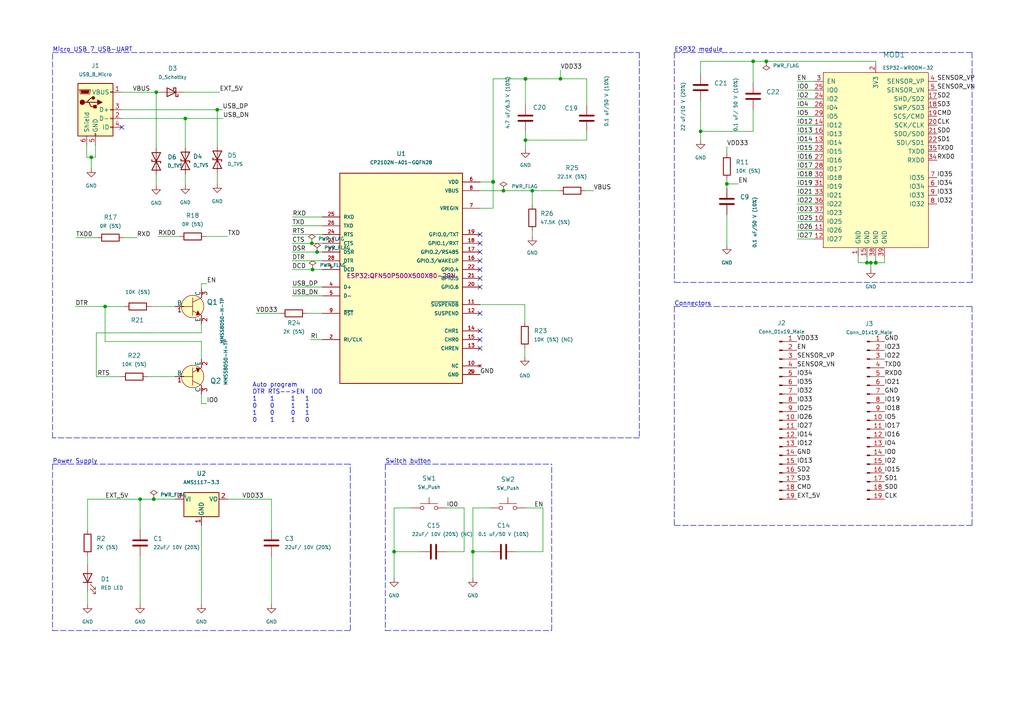
<source format=kicad_sch>
(kicad_sch (version 20211123) (generator eeschema)
  (paper "A4")
  (title_block (title "ESP32 Clone Devkit") (date "2025-05-18") (rev "1"))
  (lib_symbols
    (symbol "CP2102N-A01-GQFN28:CP2102N-A01-GQFN28" (pin_names (offset 1.016))
      (property "Reference" "U" (at -17.8368 31.0839 0))
      (property "Value" "CP2102N-A01-GQFN28" (at -17.8088 -31.041 0))
      (symbol "CP2102N-A01-GQFN28_0_0"
        (rectangle (start -17.78 -30.48) (end 17.78 30.48) (stroke (width 0.254)) (fill (type background)))
        (pin input line (at -22.86 2.54 0) (length 5.08) (name "DCD") (number "1"))
        (pin no_connect line (at 22.86 -25.4 180) (length 5.08) (name "NC") (number "10"))
        (pin output line (at 22.86 -7.62 180) (length 5.08) (name "~{SUSPENDB}") (number "11"))
        (pin output line (at 22.86 -10.16 180) (length 5.08) (name "SUSPEND") (number "12"))
        (pin output line (at 22.86 -20.32 180) (length 5.08) (name "CHREN") (number "13"))
        (pin output line (at 22.86 -15.24 180) (length 5.08) (name "CHR1") (number "14"))
        (pin output line (at 22.86 -17.78 180) (length 5.08) (name "CHR0") (number "15"))
        (pin bidirectional line (at 22.86 5.08 180) (length 5.08) (name "GPIO.3/WAKEUP") (number "16"))
        (pin bidirectional line (at 22.86 7.62 180) (length 5.08) (name "GPIO.2/RS485") (number "17"))
        (pin bidirectional line (at 22.86 10.16 180) (length 5.08) (name "GPIO.1/RXT") (number "18"))
        (pin bidirectional line (at 22.86 12.7 180) (length 5.08) (name "GPIO.0/TXT") (number "19"))
        (pin bidirectional line (at -22.86 -17.78 0) (length 5.08) (name "RI/CLK") (number "2"))
        (pin bidirectional line (at 22.86 -2.54 180) (length 5.08) (name "GPIO.6") (number "20"))
        (pin bidirectional line (at 22.86 0 180) (length 5.08) (name "GPIO.5") (number "21"))
        (pin bidirectional line (at 22.86 2.54 180) (length 5.08) (name "GPIO.4") (number "22"))
        (pin input line (at -22.86 10.16 0) (length 5.08) (name "CTS") (number "23"))
        (pin output line (at -22.86 12.7 0) (length 5.08) (name "RTS") (number "24"))
        (pin input line (at -22.86 17.78 0) (length 5.08) (name "RXD") (number "25"))
        (pin output line (at -22.86 15.24 0) (length 5.08) (name "TXD") (number "26"))
        (pin input line (at -22.86 7.62 0) (length 5.08) (name "DSR") (number "27"))
        (pin output line (at -22.86 5.08 0) (length 5.08) (name "DTR") (number "28"))
        (pin power_in line (at 22.86 -27.94 180) (length 5.08) (name "GND") (number "29"))
        (pin power_in line (at 22.86 -27.94 180) (length 5.08) (name "GND") (number "3"))
        (pin bidirectional line (at -22.86 -2.54 0) (length 5.08) (name "D+") (number "4"))
        (pin bidirectional line (at -22.86 -5.08 0) (length 5.08) (name "D-") (number "5"))
        (pin power_in line (at 22.86 27.94 180) (length 5.08) (name "VDD") (number "6"))
        (pin power_in line (at 22.86 20.32 180) (length 5.08) (name "VREGIN") (number "7"))
        (pin power_in line (at 22.86 25.4 180) (length 5.08) (name "VBUS") (number "8"))
        (pin input line (at -22.86 -10.16 0) (length 5.08) (name "~{RST}") (number "9"))
      )
    )
    (symbol "Connector:Conn_01x19_Male" (pin_names (offset 1.016) hide)
      (property "Reference" "J" (at 0 25.4 0))
      (property "Value" "Conn_01x19_Male" (at 0 -25.4 0))
      (symbol "Conn_01x19_Male_1_1"
        (polyline (pts (xy 1.27 -22.86) (xy 0.8636 -22.86)) (stroke (width 0.1524)))
        (polyline (pts (xy 1.27 -20.32) (xy 0.8636 -20.32)) (stroke (width 0.1524)))
        (polyline (pts (xy 1.27 -17.78) (xy 0.8636 -17.78)) (stroke (width 0.1524)))
        (polyline (pts (xy 1.27 -15.24) (xy 0.8636 -15.24)) (stroke (width 0.1524)))
        (polyline (pts (xy 1.27 -12.7) (xy 0.8636 -12.7)) (stroke (width 0.1524)))
        (polyline (pts (xy 1.27 -10.16) (xy 0.8636 -10.16)) (stroke (width 0.1524)))
        (polyline (pts (xy 1.27 -7.62) (xy 0.8636 -7.62)) (stroke (width 0.1524)))
        (polyline (pts (xy 1.27 -5.08) (xy 0.8636 -5.08)) (stroke (width 0.1524)))
        (polyline (pts (xy 1.27 -2.54) (xy 0.8636 -2.54)) (stroke (width 0.1524)))
        (polyline (pts (xy 1.27 0) (xy 0.8636 0)) (stroke (width 0.1524)))
        (polyline (pts (xy 1.27 2.54) (xy 0.8636 2.54)) (stroke (width 0.1524)))
        (polyline (pts (xy 1.27 5.08) (xy 0.8636 5.08)) (stroke (width 0.1524)))
        (polyline (pts (xy 1.27 7.62) (xy 0.8636 7.62)) (stroke (width 0.1524)))
        (polyline (pts (xy 1.27 10.16) (xy 0.8636 10.16)) (stroke (width 0.1524)))
        (polyline (pts (xy 1.27 12.7) (xy 0.8636 12.7)) (stroke (width 0.1524)))
        (polyline (pts (xy 1.27 15.24) (xy 0.8636 15.24)) (stroke (width 0.1524)))
        (polyline (pts (xy 1.27 17.78) (xy 0.8636 17.78)) (stroke (width 0.1524)))
        (polyline (pts (xy 1.27 20.32) (xy 0.8636 20.32)) (stroke (width 0.1524)))
        (polyline (pts (xy 1.27 22.86) (xy 0.8636 22.86)) (stroke (width 0.1524)))
        (rectangle (start 0.8636 -22.733) (end 0 -22.987) (stroke (width 0.1524)) (fill (type outline)))
        (rectangle (start 0.8636 -20.193) (end 0 -20.447) (stroke (width 0.1524)) (fill (type outline)))
        (rectangle (start 0.8636 -17.653) (end 0 -17.907) (stroke (width 0.1524)) (fill (type outline)))
        (rectangle (start 0.8636 -15.113) (end 0 -15.367) (stroke (width 0.1524)) (fill (type outline)))
        (rectangle (start 0.8636 -12.573) (end 0 -12.827) (stroke (width 0.1524)) (fill (type outline)))
        (rectangle (start 0.8636 -10.033) (end 0 -10.287) (stroke (width 0.1524)) (fill (type outline)))
        (rectangle (start 0.8636 -7.493) (end 0 -7.747) (stroke (width 0.1524)) (fill (type outline)))
        (rectangle (start 0.8636 -4.953) (end 0 -5.207) (stroke (width 0.1524)) (fill (type outline)))
        (rectangle (start 0.8636 -2.413) (end 0 -2.667) (stroke (width 0.1524)) (fill (type outline)))
        (rectangle (start 0.8636 0.127) (end 0 -0.127) (stroke (width 0.1524)) (fill (type outline)))
        (rectangle (start 0.8636 2.667) (end 0 2.413) (stroke (width 0.1524)) (fill (type outline)))
        (rectangle (start 0.8636 5.207) (end 0 4.953) (stroke (width 0.1524)) (fill (type outline)))
        (rectangle (start 0.8636 7.747) (end 0 7.493) (stroke (width 0.1524)) (fill (type outline)))
        (rectangle (start 0.8636 10.287) (end 0 10.033) (stroke (width 0.1524)) (fill (type outline)))
        (rectangle (start 0.8636 12.827) (end 0 12.573) (stroke (width 0.1524)) (fill (type outline)))
        (rectangle (start 0.8636 15.367) (end 0 15.113) (stroke (width 0.1524)) (fill (type outline)))
        (rectangle (start 0.8636 17.907) (end 0 17.653) (stroke (width 0.1524)) (fill (type outline)))
        (rectangle (start 0.8636 20.447) (end 0 20.193) (stroke (width 0.1524)) (fill (type outline)))
        (rectangle (start 0.8636 22.987) (end 0 22.733) (stroke (width 0.1524)) (fill (type outline)))
        (pin passive line (at 5.08 22.86 180) (length 3.81) (name "Pin_1") (number "1"))
        (pin passive line (at 5.08 0 180) (length 3.81) (name "Pin_10") (number "10"))
        (pin passive line (at 5.08 -2.54 180) (length 3.81) (name "Pin_11") (number "11"))
        (pin passive line (at 5.08 -5.08 180) (length 3.81) (name "Pin_12") (number "12"))
        (pin passive line (at 5.08 -7.62 180) (length 3.81) (name "Pin_13") (number "13"))
        (pin passive line (at 5.08 -10.16 180) (length 3.81) (name "Pin_14") (number "14"))
        (pin passive line (at 5.08 -12.7 180) (length 3.81) (name "Pin_15") (number "15"))
        (pin passive line (at 5.08 -15.24 180) (length 3.81) (name "Pin_16") (number "16"))
        (pin passive line (at 5.08 -17.78 180) (length 3.81) (name "Pin_17") (number "17"))
        (pin passive line (at 5.08 -20.32 180) (length 3.81) (name "Pin_18") (number "18"))
        (pin passive line (at 5.08 -22.86 180) (length 3.81) (name "Pin_19") (number "19"))
        (pin passive line (at 5.08 20.32 180) (length 3.81) (name "Pin_2") (number "2"))
        (pin passive line (at 5.08 17.78 180) (length 3.81) (name "Pin_3") (number "3"))
        (pin passive line (at 5.08 15.24 180) (length 3.81) (name "Pin_4") (number "4"))
        (pin passive line (at 5.08 12.7 180) (length 3.81) (name "Pin_5") (number "5"))
        (pin passive line (at 5.08 10.16 180) (length 3.81) (name "Pin_6") (number "6"))
        (pin passive line (at 5.08 7.62 180) (length 3.81) (name "Pin_7") (number "7"))
        (pin passive line (at 5.08 5.08 180) (length 3.81) (name "Pin_8") (number "8"))
        (pin passive line (at 5.08 2.54 180) (length 3.81) (name "Pin_9") (number "9"))
      )
    )
    (symbol "Connector:USB_B_Micro" (pin_names (offset 1.016))
      (property "Reference" "J" (at -5.08 11.43 0))
      (property "Value" "USB_B_Micro" (at -5.08 8.89 0))
      (symbol "USB_B_Micro_0_1"
        (rectangle (start -5.08 -7.62) (end 5.08 7.62) (stroke (width 0.254)) (fill (type background)))
        (circle (center -3.81 2.159) (radius 0.635) (stroke (width 0.254)) (fill (type outline)))
        (circle (center -0.635 3.429) (radius 0.381) (stroke (width 0.254)) (fill (type outline)))
        (rectangle (start -0.127 -7.62) (end 0.127 -6.858))
        (polyline (pts (xy -1.905 2.159) (xy 0.635 2.159)) (stroke (width 0.254)))
        (polyline (pts (xy -3.175 2.159) (xy -2.54 2.159) (xy -1.27 3.429) (xy -0.635 3.429)) (stroke (width 0.254)))
        (polyline (pts (xy -2.54 2.159) (xy -1.905 2.159) (xy -1.27 0.889) (xy 0 0.889)) (stroke (width 0.254)))
        (polyline (pts (xy 0.635 2.794) (xy 0.635 1.524) (xy 1.905 2.159) (xy 0.635 2.794)) (stroke (width 0.254)) (fill (type outline)))
        (polyline (pts (xy -4.318 5.588) (xy -1.778 5.588) (xy -2.032 4.826) (xy -4.064 4.826) (xy -4.318 5.588)) (fill (type outline)))
        (polyline (pts (xy -4.699 5.842) (xy -4.699 5.588) (xy -4.445 4.826) (xy -4.445 4.572) (xy -1.651 4.572) (xy -1.651 4.826) (xy -1.397 5.588) (xy -1.397 5.842) (xy -4.699 5.842)))
        (rectangle (start 0.254 1.27) (end -0.508 0.508) (stroke (width 0.254)) (fill (type outline)))
        (rectangle (start 5.08 -5.207) (end 4.318 -4.953))
        (rectangle (start 5.08 -2.667) (end 4.318 -2.413))
        (rectangle (start 5.08 -0.127) (end 4.318 0.127))
        (rectangle (start 5.08 4.953) (end 4.318 5.207))
      )
      (symbol "USB_B_Micro_1_1"
        (pin power_out line (at 7.62 5.08 180) (length 2.54) (name "VBUS") (number "1"))
        (pin bidirectional line (at 7.62 -2.54 180) (length 2.54) (name "D-") (number "2"))
        (pin bidirectional line (at 7.62 0 180) (length 2.54) (name "D+") (number "3"))
        (pin passive line (at 7.62 -5.08 180) (length 2.54) (name "ID") (number "4"))
        (pin power_out line (at 0 -10.16 90) (length 2.54) (name "GND") (number "5"))
        (pin passive line (at -2.54 -10.16 90) (length 2.54) (name "Shield") (number "6"))
      )
    )
    (symbol "Device:C" (pin_numbers hide) (pin_names (offset 0.254))
      (property "Reference" "C" (at 0.635 2.54 0))
      (property "Value" "C" (at 0.635 -2.54 0))
      (symbol "C_0_1"
        (polyline (pts (xy -2.032 -0.762) (xy 2.032 -0.762)) (stroke (width 0.508)))
        (polyline (pts (xy -2.032 0.762) (xy 2.032 0.762)) (stroke (width 0.508)))
      )
      (symbol "C_1_1"
        (pin passive line (at 0 3.81 270) (length 2.794) (name "~") (number "1"))
        (pin passive line (at 0 -3.81 90) (length 2.794) (name "~") (number "2"))
      )
    )
    (symbol "Device:D_Schottky" (pin_numbers hide) (pin_names (offset 1.016) hide)
      (property "Reference" "D" (at 0 2.54 0))
      (property "Value" "D_Schottky" (at 0 -2.54 0))
      (symbol "D_Schottky_0_1"
        (polyline (pts (xy 1.27 0) (xy -1.27 0)))
        (polyline (pts (xy 1.27 1.27) (xy 1.27 -1.27) (xy -1.27 0) (xy 1.27 1.27)) (stroke (width 0.254)))
        (polyline (pts (xy -1.905 0.635) (xy -1.905 1.27) (xy -1.27 1.27) (xy -1.27 -1.27) (xy -0.635 -1.27) (xy -0.635 -0.635)) (stroke (width 0.254)))
      )
      (symbol "D_Schottky_1_1"
        (pin passive line (at -3.81 0 0) (length 2.54) (name "K") (number "1"))
        (pin passive line (at 3.81 0 180) (length 2.54) (name "A") (number "2"))
      )
    )
    (symbol "Device:D_TVS" (pin_numbers hide) (pin_names (offset 1.016) hide)
      (property "Reference" "D" (at 0 2.54 0))
      (property "Value" "D_TVS" (at 0 -2.54 0))
      (symbol "D_TVS_0_1"
        (polyline (pts (xy 1.27 0) (xy -1.27 0)))
        (polyline (pts (xy 0.508 1.27) (xy 0 1.27) (xy 0 -1.27) (xy -0.508 -1.27)) (stroke (width 0.254)))
        (polyline (pts (xy -2.54 1.27) (xy -2.54 -1.27) (xy 2.54 1.27) (xy 2.54 -1.27) (xy -2.54 1.27)) (stroke (width 0.254)))
      )
      (symbol "D_TVS_1_1"
        (pin passive line (at -3.81 0 0) (length 2.54) (name "A1") (number "1"))
        (pin passive line (at 3.81 0 180) (length 2.54) (name "A2") (number "2"))
      )
    )
    (symbol "Device:LED" (pin_numbers hide) (pin_names (offset 1.016) hide)
      (property "Reference" "D" (at 0 2.54 0))
      (property "Value" "LED" (at 0 -2.54 0))
      (symbol "LED_0_1"
        (polyline (pts (xy -1.27 -1.27) (xy -1.27 1.27)) (stroke (width 0.254)))
        (polyline (pts (xy -1.27 0) (xy 1.27 0)))
        (polyline (pts (xy 1.27 -1.27) (xy 1.27 1.27) (xy -1.27 0) (xy 1.27 -1.27)) (stroke (width 0.254)))
        (polyline (pts (xy -3.048 -0.762) (xy -4.572 -2.286) (xy -3.81 -2.286) (xy -4.572 -2.286) (xy -4.572 -1.524)))
        (polyline (pts (xy -1.778 -0.762) (xy -3.302 -2.286) (xy -2.54 -2.286) (xy -3.302 -2.286) (xy -3.302 -1.524)))
      )
      (symbol "LED_1_1"
        (pin passive line (at -3.81 0 0) (length 2.54) (name "K") (number "1"))
        (pin passive line (at 3.81 0 180) (length 2.54) (name "A") (number "2"))
      )
    )
    (symbol "Device:R" (pin_numbers hide) (pin_names (offset 0))
      (property "Reference" "R" (at 2.032 0 90))
      (property "Value" "R" (at 0 0 90))
      (symbol "R_0_1"
        (rectangle (start -1.016 -2.54) (end 1.016 2.54) (stroke (width 0.254)))
      )
      (symbol "R_1_1"
        (pin passive line (at 0 3.81 270) (length 1.27) (name "~") (number "1"))
        (pin passive line (at 0 -3.81 90) (length 1.27) (name "~") (number "2"))
      )
    )
    (symbol "Regulator_Linear:AMS1117-3.3" (pin_names (offset 0.254))
      (property "Reference" "U" (at -3.81 3.175 0))
      (property "Value" "AMS1117-3.3" (at 0 3.175 0))
      (symbol "AMS1117-3.3_0_1"
        (rectangle (start -5.08 -5.08) (end 5.08 1.905) (stroke (width 0.254)) (fill (type background)))
      )
      (symbol "AMS1117-3.3_1_1"
        (pin power_in line (at 0 -7.62 90) (length 2.54) (name "GND") (number "1"))
        (pin power_out line (at 7.62 0 180) (length 2.54) (name "VO") (number "2"))
        (pin power_in line (at -7.62 0 0) (length 2.54) (name "VI") (number "3"))
      )
    )
    (symbol "Switch:SW_Push" (pin_numbers hide) (pin_names (offset 1.016) hide)
      (property "Reference" "SW" (at 1.27 2.54 0))
      (property "Value" "SW_Push" (at 0 -1.524 0))
      (symbol "SW_Push_0_1"
        (circle (center -2.032 0) (radius 0.508))
        (polyline (pts (xy 0 1.27) (xy 0 3.048)))
        (polyline (pts (xy 2.54 1.27) (xy -2.54 1.27)))
        (circle (center 2.032 0) (radius 0.508))
        (pin passive line (at -5.08 0 0) (length 2.54) (name "1") (number "1"))
        (pin passive line (at 5.08 0 180) (length 2.54) (name "2") (number "2"))
      )
    )
    (symbol "dk_RF-Transceiver-Modules:ESP32-WROOM-32" (pin_names (offset 1.016))
      (property "Reference" "MOD" (at -10.16 1.27 0))
      (property "Value" "ESP32-WROOM-32" (at 5.08 -25.4 90))
      (symbol "ESP32-WROOM-32_0_1"
        (rectangle (start -10.16 0) (end 20.32 -50.8) (fill (type background)))
      )
      (symbol "ESP32-WROOM-32_1_1"
        (pin power_in line (at 0 -53.34 90) (length 2.54) (name "GND") (number "1"))
        (pin bidirectional line (at -12.7 -43.18 0) (length 2.54) (name "IO25") (number "10"))
        (pin bidirectional line (at -12.7 -45.72 0) (length 2.54) (name "IO26") (number "11"))
        (pin bidirectional line (at -12.7 -48.26 0) (length 2.54) (name "IO27") (number "12"))
        (pin bidirectional line (at -12.7 -20.32 0) (length 2.54) (name "IO14") (number "13"))
        (pin bidirectional line (at -12.7 -15.24 0) (length 2.54) (name "IO12") (number "14"))
        (pin power_in line (at 2.54 -53.34 90) (length 2.54) (name "GND") (number "15"))
        (pin bidirectional line (at -12.7 -17.78 0) (length 2.54) (name "IO13") (number "16"))
        (pin bidirectional line (at 22.86 -7.62 180) (length 2.54) (name "SHD/SD2") (number "17"))
        (pin bidirectional line (at 22.86 -10.16 180) (length 2.54) (name "SWP/SD3") (number "18"))
        (pin bidirectional line (at 22.86 -12.7 180) (length 2.54) (name "SCS/CMD") (number "19"))
        (pin power_in line (at 5.08 2.54 270) (length 2.54) (name "3V3") (number "2"))
        (pin bidirectional line (at 22.86 -15.24 180) (length 2.54) (name "SCK/CLK") (number "20"))
        (pin bidirectional line (at 22.86 -17.78 180) (length 2.54) (name "SDO/SD0") (number "21"))
        (pin bidirectional line (at 22.86 -20.32 180) (length 2.54) (name "SDI/SD1") (number "22"))
        (pin bidirectional line (at -12.7 -22.86 0) (length 2.54) (name "IO15") (number "23"))
        (pin bidirectional line (at -12.7 -7.62 0) (length 2.54) (name "IO2") (number "24"))
        (pin bidirectional line (at -12.7 -5.08 0) (length 2.54) (name "IO0") (number "25"))
        (pin bidirectional line (at -12.7 -10.16 0) (length 2.54) (name "IO4") (number "26"))
        (pin bidirectional line (at -12.7 -25.4 0) (length 2.54) (name "IO16") (number "27"))
        (pin bidirectional line (at -12.7 -27.94 0) (length 2.54) (name "IO17") (number "28"))
        (pin bidirectional line (at -12.7 -12.7 0) (length 2.54) (name "IO5") (number "29"))
        (pin input line (at -12.7 -2.54 0) (length 2.54) (name "EN") (number "3"))
        (pin bidirectional line (at -12.7 -30.48 0) (length 2.54) (name "IO18") (number "30"))
        (pin bidirectional line (at -12.7 -33.02 0) (length 2.54) (name "IO19") (number "31"))
        (pin no_connect line (at 20.32 -43.18 180) (length 2.54) hide (name "NC") (number "32"))
        (pin bidirectional line (at -12.7 -35.56 0) (length 2.54) (name "IO21") (number "33"))
        (pin bidirectional line (at 22.86 -25.4 180) (length 2.54) (name "RXD0") (number "34"))
        (pin bidirectional line (at 22.86 -22.86 180) (length 2.54) (name "TXD0") (number "35"))
        (pin bidirectional line (at -12.7 -38.1 0) (length 2.54) (name "IO22") (number "36"))
        (pin bidirectional line (at -12.7 -40.64 0) (length 2.54) (name "IO23") (number "37"))
        (pin power_in line (at 5.08 -53.34 90) (length 2.54) (name "GND") (number "38"))
        (pin power_in line (at 7.62 -53.34 90) (length 2.54) (name "GND") (number "39"))
        (pin input line (at 22.86 -2.54 180) (length 2.54) (name "SENSOR_VP") (number "4"))
        (pin input line (at 22.86 -5.08 180) (length 2.54) (name "SENSOR_VN") (number "5"))
        (pin bidirectional line (at 22.86 -33.02 180) (length 2.54) (name "IO34") (number "6"))
        (pin bidirectional line (at 22.86 -30.48 180) (length 2.54) (name "IO35") (number "7"))
        (pin bidirectional line (at 22.86 -38.1 180) (length 2.54) (name "IO32") (number "8"))
        (pin bidirectional line (at 22.86 -35.56 180) (length 2.54) (name "IO33") (number "9"))
      )
    )
    (symbol "dk_Transistors-Bipolar-BJT-Single:MMSS8050-H-TP" (pin_names (offset 0))
      (property "Reference" "Q" (at -3.2004 4.2164 0))
      (property "Value" "MMSS8050-H-TP" (at 5.2324 0 90))
      (symbol "MMSS8050-H-TP_0_1"
        (polyline (pts (xy -3.81 0) (xy -2.54 0)))
        (polyline (pts (xy -3.556 0) (xy 0 0)))
        (polyline (pts (xy 0 -1.27) (xy 2.54 -2.54)))
        (polyline (pts (xy 0 1.27) (xy 2.54 2.54)))
        (polyline (pts (xy 0 2.54) (xy 0 -2.54)))
        (polyline (pts (xy 1.524 -1.27) (xy 2.032 -2.286) (xy 1.016 -2.54) (xy 1.524 -1.27)) (fill (type outline)))
        (circle (center 0 0) (radius 3.2512) (fill (type background)))
      )
      (symbol "MMSS8050-H-TP_1_1"
        (pin input line (at -5.08 0 0) (length 2.54) (name "B") (number "1"))
        (pin passive line (at 2.54 -5.08 90) (length 2.54) (name "E") (number "2"))
        (pin passive line (at 2.54 5.08 270) (length 2.54) (name "C") (number "3"))
      )
    )
    (symbol "power:GND" (power) (pin_names (offset 0))
      (property "Value" "GND" (at 0 -3.81 0))
      (symbol "GND_0_1"
        (polyline (pts (xy 0 0) (xy 0 -1.27) (xy 1.27 -1.27) (xy 0 -2.54) (xy -1.27 -1.27) (xy 0 -1.27)))
      )
      (symbol "GND_1_1"
        (pin power_in line (at 0 0 270) (length 0) hide (name "GND") (number "1"))
      )
    )
    (symbol "power:PWR_FLAG" (power) (pin_numbers hide) (pin_names (offset 0) hide)
      (property "Value" "PWR_FLAG" (at 0 3.81 0))
      (symbol "PWR_FLAG_0_0"
        (pin power_out line (at 0 0 90) (length 0) (name "pwr") (number "1"))
      )
      (symbol "PWR_FLAG_0_1"
        (polyline (pts (xy 0 0) (xy 0 1.27) (xy -1.016 1.905) (xy 0 2.54) (xy 1.016 1.905) (xy 0 1.27)))
      )
    )
  )
  (junction (at 143.0274 52.7304))
  (junction (at 251.46 76.2))
  (junction (at 152.4 22.8854))
  (junction (at 254 76.2))
  (junction (at 162.56 22.86))
  (junction (at 143.0274 52.7812))
  (junction (at 154.3812 55.3212))
  (junction (at 222.25 17.78))
  (junction (at 91.9734 73.1012))
  (junction (at 44.6024 144.78))
  (junction (at 114.3 160.02))
  (junction (at 45.3136 26.7462))
  (junction (at 252.5776 76.2))
  (junction (at 146.0246 55.3212))
  (junction (at 90.6526 78.1812))
  (junction (at 53.7464 34.3662))
  (junction (at 152.4 22.86))
  (junction (at 210.82 53.34))
  (junction (at 143.0274 52.7558))
  (junction (at 26.4668 45.6184))
  (junction (at 63.0174 31.8262))
  (junction (at 40.64 144.78))
  (junction (at 254 76.1746))
  (junction (at 218.44 17.78))
  (junction (at 254 76.2508))
  (junction (at 90.4494 70.5612))
  (junction (at 30.48 88.9))
  (junction (at 203.2 38.1))
  (junction (at 137.16 160.02))
  (junction (at 152.4 40.64))
  (no_connect (at 139.2174 75.6412))
  (no_connect (at 139.2174 78.1812))
  (no_connect (at 139.2174 80.7212))
  (no_connect (at 139.2174 90.8812))
  (no_connect (at 139.2174 95.9612))
  (no_connect (at 139.2174 98.5012))
  (no_connect (at 139.2174 101.0412))
  (no_connect (at 35.306 36.9062))
  (no_connect (at 139.2174 83.2612))
  (no_connect (at 139.2174 73.1012))
  (no_connect (at 139.2174 70.5612))
  (no_connect (at 139.2174 68.0212))
  (wire (pts (xy 114.3 147.32) (xy 119.38 147.32)))
  (wire (pts (xy 169.7482 55.3212) (xy 172.1612 55.3212)))
  (wire (pts (xy 45.3136 26.7462) (xy 45.9232 26.7462)))
  (wire (pts (xy 137.16 147.32) (xy 142.24 147.32)))
  (wire (pts (xy 210.82 62.23) (xy 210.82 71.12)))
  (wire (pts (xy 35.306 26.7462) (xy 45.3136 26.7462)))
  (wire (pts (xy 152.4 43.18) (xy 152.4 40.64)))
  (wire (pts (xy 236.22 33.7566) (xy 231.1908 33.7566)))
  (wire (pts (xy 114.3 160.02) (xy 114.3 147.32)))
  (wire (pts (xy 25.4 161.29) (xy 25.4 163.83)))
  (wire (pts (xy 30.48 99.06) (xy 30.48 88.9)))
  (wire (pts (xy 89.027 90.8812) (xy 93.4974 90.8812)))
  (wire (pts (xy 252.5776 76.2) (xy 254 76.2)))
  (wire (pts (xy 137.16 167.64) (xy 137.16 160.02)))
  (wire (pts (xy 218.44 24.13) (xy 218.44 17.78)))
  (wire (pts (xy 139.2174 88.3412) (xy 152.2222 88.3412)))
  (wire (pts (xy 203.2 38.1) (xy 218.44 38.1)))
  (wire (pts (xy 35.8394 68.9356) (xy 39.7002 68.9356)))
  (wire (pts (xy 53.7464 50.4698) (xy 53.7464 53.6448)))
  (wire (pts (xy 58.42 117.0686) (xy 59.944 117.0686)))
  (wire (pts (xy 210.82 52.0954) (xy 210.82 53.34)))
  (polyline (pts (xy 111.76 182.88) (xy 160.02 182.88)))
  (wire (pts (xy 254 17.78) (xy 254 18.5166)))
  (wire (pts (xy 35.306 34.3662) (xy 53.7464 34.3662)))
  (wire (pts (xy 66.04 144.78) (xy 78.74 144.78)))
  (polyline (pts (xy 281.94 152.4) (xy 195.58 152.4)))
  (wire (pts (xy 152.4 30.48) (xy 152.4 22.8854)))
  (wire (pts (xy 157.48 160.02) (xy 149.86 160.02)))
  (wire (pts (xy 152.2222 101.0412) (xy 152.2222 103.4796)))
  (wire (pts (xy 143.0274 52.7812) (xy 143.0274 60.4012)))
  (wire (pts (xy 236.22 41.3766) (xy 231.1908 41.3766)))
  (wire (pts (xy 27.94 109.2454) (xy 35.1282 109.2454)))
  (wire (pts (xy 236.22 69.3166) (xy 231.1908 69.3166)))
  (polyline (pts (xy 195.58 88.9) (xy 195.58 152.4)))
  (wire (pts (xy 152.4 38.1) (xy 152.4 40.64)))
  (wire (pts (xy 222.25 17.78) (xy 254 17.78)))
  (wire (pts (xy 134.62 147.32) (xy 134.62 160.02)))
  (wire (pts (xy 162.56 20.32) (xy 162.56 22.86)))
  (wire (pts (xy 58.42 96.52) (xy 58.42 93.98)))
  (wire (pts (xy 236.22 64.2366) (xy 231.1908 64.2366)))
  (wire (pts (xy 154.3812 59.3852) (xy 154.3812 55.3212)))
  (wire (pts (xy 84.7344 68.0212) (xy 93.4974 68.0212)))
  (wire (pts (xy 84.7344 65.4812) (xy 93.4974 65.4812)))
  (polyline (pts (xy 101.6 182.88) (xy 101.6 134.62)))
  (wire (pts (xy 143.0274 22.86) (xy 143.0274 52.7304)))
  (polyline (pts (xy 15.24 127) (xy 15.24 15.24)))
  (wire (pts (xy 58.42 83.82) (xy 58.42 82.296)))
  (wire (pts (xy 25.146 41.9862) (xy 25.146 45.6184)))
  (polyline (pts (xy 195.58 88.9) (xy 281.94 88.9)))
  (wire (pts (xy 218.44 38.1) (xy 218.44 31.75)))
  (wire (pts (xy 236.22 54.0766) (xy 231.1908 54.0766)))
  (wire (pts (xy 74.2696 90.8812) (xy 81.407 90.8812)))
  (wire (pts (xy 236.22 23.5966) (xy 231.1908 23.5966)))
  (wire (pts (xy 27.686 41.9862) (xy 27.686 45.6184)))
  (wire (pts (xy 25.4 144.78) (xy 25.4 153.67)))
  (wire (pts (xy 251.46 74.3966) (xy 251.46 76.2)))
  (wire (pts (xy 256.54 74.3966) (xy 256.54 76.2)))
  (wire (pts (xy 248.92 74.3966) (xy 248.92 76.2)))
  (wire (pts (xy 157.48 147.32) (xy 157.48 160.02)))
  (wire (pts (xy 121.92 160.02) (xy 114.3 160.02)))
  (wire (pts (xy 84.7344 70.5612) (xy 90.4494 70.5612)))
  (polyline (pts (xy 281.9654 81.915) (xy 195.6054 81.915)))
  (wire (pts (xy 236.22 59.1566) (xy 231.1908 59.1566)))
  (wire (pts (xy 25.146 45.6184) (xy 26.4668 45.6184)))
  (polyline (pts (xy 15.24 134.62) (xy 15.24 182.88)))
  (polyline (pts (xy 195.58 15.24) (xy 195.6054 81.915)))
  (wire (pts (xy 236.22 43.9166) (xy 231.1908 43.9166)))
  (wire (pts (xy 26.4668 45.6184) (xy 26.4668 48.7934)))
  (wire (pts (xy 218.44 17.78) (xy 222.25 17.78)))
  (wire (pts (xy 152.4 40.64) (xy 170.18 40.64)))
  (wire (pts (xy 90.4494 70.5612) (xy 93.4974 70.5612)))
  (wire (pts (xy 152.2222 88.3412) (xy 152.2222 93.4212)))
  (wire (pts (xy 143.0274 52.7304) (xy 143.0274 52.7558)))
  (wire (pts (xy 139.2174 55.3212) (xy 146.0246 55.3212)))
  (wire (pts (xy 44.6024 144.78) (xy 40.64 144.78)))
  (wire (pts (xy 25.4 171.45) (xy 25.4 175.26)))
  (polyline (pts (xy 160.02 182.88) (xy 160.02 134.62)))
  (wire (pts (xy 45.847 68.58) (xy 52.07 68.58)))
  (wire (pts (xy 35.306 31.8262) (xy 63.0174 31.8262)))
  (wire (pts (xy 154.3812 68.6054) (xy 154.3812 67.0052)))
  (wire (pts (xy 84.7344 75.6412) (xy 93.4974 75.6412)))
  (wire (pts (xy 45.3136 50.6222) (xy 45.3136 53.7972)))
  (wire (pts (xy 236.22 46.4566) (xy 231.1908 46.4566)))
  (wire (pts (xy 53.5432 26.7462) (xy 63.7032 26.7462)))
  (polyline (pts (xy 15.24 15.24) (xy 185.42 15.24)))
  (wire (pts (xy 139.2174 60.4012) (xy 143.0274 60.4012)))
  (wire (pts (xy 114.3 167.64) (xy 114.3 160.02)))
  (wire (pts (xy 91.9734 73.1012) (xy 93.4974 73.1012)))
  (wire (pts (xy 21.9964 68.9356) (xy 28.2194 68.9356)))
  (polyline (pts (xy 195.58 15.24) (xy 281.94 15.24)))
  (wire (pts (xy 30.48 88.9) (xy 21.8694 88.9)))
  (wire (pts (xy 236.22 61.6966) (xy 231.1908 61.6966)))
  (wire (pts (xy 236.22 38.8366) (xy 231.1908 38.8366)))
  (wire (pts (xy 84.7344 85.8012) (xy 93.4974 85.8012)))
  (wire (pts (xy 40.64 153.67) (xy 40.64 144.78)))
  (wire (pts (xy 254 74.3966) (xy 254 76.1746)))
  (wire (pts (xy 236.22 48.9966) (xy 231.1908 48.9966)))
  (wire (pts (xy 58.42 104.14) (xy 58.42 99.06)))
  (wire (pts (xy 254 76.2) (xy 256.54 76.2)))
  (wire (pts (xy 251.46 76.2) (xy 252.5776 76.2)))
  (wire (pts (xy 236.22 51.5366) (xy 231.1908 51.5366)))
  (wire (pts (xy 84.8614 62.9412) (xy 93.4974 62.9412)))
  (wire (pts (xy 84.7344 78.1812) (xy 90.6526 78.1812)))
  (wire (pts (xy 58.42 82.296) (xy 60.0202 82.296)))
  (wire (pts (xy 53.7464 42.8498) (xy 53.7464 34.3662)))
  (wire (pts (xy 45.3136 43.0022) (xy 45.3136 26.7462)))
  (polyline (pts (xy 111.76 134.62) (xy 160.02 134.62)))
  (wire (pts (xy 84.7344 83.2612) (xy 93.4974 83.2612)))
  (polyline (pts (xy 281.94 88.9) (xy 281.94 152.4)))
  (wire (pts (xy 236.22 26.1366) (xy 231.1908 26.1366)))
  (wire (pts (xy 139.2174 52.7812) (xy 143.0274 52.7812)))
  (wire (pts (xy 152.4 147.32) (xy 157.48 147.32)))
  (wire (pts (xy 42.7482 109.2454) (xy 50.8 109.22)))
  (wire (pts (xy 203.2 38.1) (xy 203.2 40.64)))
  (polyline (pts (xy 15.24 134.62) (xy 101.6 134.62)))
  (wire (pts (xy 63.0174 42.5196) (xy 63.0174 31.8262)))
  (polyline (pts (xy 281.94 15.24) (xy 281.9654 81.915)))
  (polyline (pts (xy 185.42 15.24) (xy 185.42 127)))
  (wire (pts (xy 248.92 76.2) (xy 251.46 76.2)))
  (wire (pts (xy 78.74 161.29) (xy 78.74 175.26)))
  (wire (pts (xy 40.64 144.78) (xy 25.4 144.78)))
  (wire (pts (xy 152.4 22.86) (xy 162.56 22.86)))
  (wire (pts (xy 146.0246 55.3212) (xy 154.3812 55.3212)))
  (wire (pts (xy 134.62 160.02) (xy 129.54 160.02)))
  (wire (pts (xy 43.7642 88.9) (xy 50.8 88.9)))
  (wire (pts (xy 50.8 144.78) (xy 44.6024 144.78)))
  (polyline (pts (xy 185.42 127) (xy 15.24 127)))
  (wire (pts (xy 203.2 29.21) (xy 203.2 38.1)))
  (wire (pts (xy 203.2 21.59) (xy 203.2 17.78)))
  (wire (pts (xy 59.69 68.58) (xy 66.04 68.58)))
  (wire (pts (xy 210.82 53.34) (xy 214.122 53.34)))
  (wire (pts (xy 203.2 17.78) (xy 218.44 17.78)))
  (wire (pts (xy 36.1442 88.9) (xy 30.48 88.9)))
  (wire (pts (xy 254 76.2508) (xy 254 76.2)))
  (wire (pts (xy 27.94 96.5454) (xy 58.42 96.52)))
  (wire (pts (xy 63.0174 50.1396) (xy 63.0174 53.3146)))
  (wire (pts (xy 252.5776 78.0542) (xy 252.5776 76.2)))
  (wire (pts (xy 143.0274 22.86) (xy 152.4 22.8854)))
  (wire (pts (xy 58.42 114.3) (xy 58.42 117.0686)))
  (wire (pts (xy 63.0174 31.8262) (xy 64.5414 31.8262)))
  (wire (pts (xy 254 76.1746) (xy 254 76.2)))
  (wire (pts (xy 90.0938 98.5012) (xy 93.4974 98.5012)))
  (wire (pts (xy 58.42 99.06) (xy 30.48 99.06)))
  (polyline (pts (xy 111.76 134.62) (xy 111.76 182.88)))
  (wire (pts (xy 152.4 22.8854) (xy 152.4 22.86)))
  (wire (pts (xy 236.22 56.6166) (xy 231.1908 56.6166)))
  (wire (pts (xy 231.1908 31.2166) (xy 236.22 31.2166)))
  (wire (pts (xy 53.7464 34.3662) (xy 64.6938 34.3662)))
  (wire (pts (xy 78.74 144.78) (xy 78.74 153.67)))
  (wire (pts (xy 90.6526 78.1812) (xy 93.4974 78.1812)))
  (wire (pts (xy 26.4668 45.6184) (xy 27.686 45.6184)))
  (wire (pts (xy 137.16 160.02) (xy 137.16 147.32)))
  (wire (pts (xy 236.22 28.6766) (xy 231.2162 28.6766)))
  (wire (pts (xy 236.22 36.2966) (xy 231.1908 36.2966)))
  (wire (pts (xy 40.64 161.29) (xy 40.64 175.26)))
  (wire (pts (xy 236.22 66.7766) (xy 231.1908 66.7766)))
  (wire (pts (xy 162.56 22.86) (xy 170.18 22.86)))
  (wire (pts (xy 210.82 44.4754) (xy 210.82 42.5196)))
  (wire (pts (xy 154.3812 55.3212) (xy 162.1282 55.3212)))
  (wire (pts (xy 84.7344 73.1012) (xy 91.9734 73.1012)))
  (polyline (pts (xy 15.24 182.88) (xy 101.6 182.88)))
  (wire (pts (xy 170.18 22.86) (xy 170.18 30.48)))
  (wire (pts (xy 170.18 38.1) (xy 170.18 40.64)))
  (wire (pts (xy 58.42 152.4) (xy 58.42 175.26)))
  (wire (pts (xy 129.54 147.32) (xy 134.62 147.32)))
  (wire (pts (xy 143.0274 52.7558) (xy 143.0274 52.7812)))
  (wire (pts (xy 27.94 96.5454) (xy 27.94 109.2454)))
  (wire (pts (xy 142.24 160.02) (xy 137.16 160.02)))
  (wire (pts (xy 210.82 53.34) (xy 210.82 54.61)))
  (text "Connectors\n" (at 195.58 88.9 0) (effects (font (size 1.27 1.27)) (justify left bottom)))
  (text "Switch button\n" (at 111.76 134.62 0) (effects (font (size 1.27 1.27)) (justify left bottom)))
  (text "Micro USB 7 USB-UART\n" (at 15.24 15.24 0) (effects (font (size 1.27 1.27)) (justify left bottom)))
  (text "ESP32 module" (at 195.58 15.24 0) (effects (font (size 1.27 1.27)) (justify left bottom)))
  (text "Auto program\nDTR RTS-->EN  IO0\n1    1     1   1 \n0    0     1   1\n1    0     0   1 \n0    1     1   0" (at 73.1774 122.682 0) (effects (font (size 1.27 1.27)) (justify left bottom)))
  (text "Power Supply\n" (at 15.24 134.62 0) (effects (font (size 1.27 1.27)) (justify left bottom)))
  (label "IO21" (at 231.1908 56.6166 0))
  (label "IO27" (at 231.1908 69.3166 0))
  (label "RXD" (at 39.7002 68.9356 0))
  (label "IO18" (at 256.54 119.38 0))
  (label "SENSOR_VP" (at 271.78 23.5966 0))
  (label "SD1" (at 256.54 139.7 0))
  (label "IO32" (at 271.78 59.1566 0))
  (label "GND" (at 139.2174 108.6612 0))
  (label "IO17" (at 256.54 124.46 0))
  (label "SENSOR_VN" (at 231.14 106.68 0))
  (label "RXD0" (at 45.847 68.58 0))
  (label "VDD33" (at 162.56 20.32 0))
  (label "TXD0" (at 271.78 43.9166 0))
  (label "GND" (at 231.14 132.08 0))
  (label "VDD33" (at 70.231 144.78 0))
  (label "IO26" (at 231.14 121.92 0))
  (label "RTS" (at 28.2194 109.2454 0))
  (label "IO4" (at 256.54 129.54 0))
  (label "IO23" (at 231.1908 61.6966 0))
  (label "CTS" (at 84.7344 70.5612 0))
  (label "IO25" (at 231.1908 64.2366 0))
  (label "IO15" (at 231.1908 43.9166 0))
  (label "SD1" (at 271.78 41.3766 0))
  (label "SENSOR_VP" (at 231.14 104.14 0))
  (label "RI" (at 90.0938 98.5012 0))
  (label "CMD" (at 231.14 142.24 0))
  (label "VDD33" (at 74.2696 90.8812 0))
  (label "IO13" (at 231.1908 38.8366 0))
  (label "EXT_5V" (at 30.48 144.78 0))
  (label "SD0" (at 271.78 38.8366 0))
  (label "IO13" (at 231.14 134.62 0))
  (label "IO0" (at 256.54 132.08 0))
  (label "IO35" (at 231.14 111.76 0))
  (label "USB_DN" (at 84.7344 85.8012 0))
  (label "IO34" (at 231.14 109.22 0))
  (label "IO0" (at 129.54 147.32 0))
  (label "IO5" (at 231.1908 33.7566 0))
  (label "SD3" (at 271.78 31.2166 0))
  (label "DSR" (at 84.7344 73.1012 0))
  (label "SD0" (at 256.54 142.24 0))
  (label "USB_DN" (at 64.6938 34.3662 0))
  (label "IO33" (at 231.14 116.84 0))
  (label "DTR" (at 84.7344 75.6412 0))
  (label "IO18" (at 231.1908 51.5366 0))
  (label "SD2" (at 271.78 28.6766 0))
  (label "TXD0" (at 21.9964 68.9356 0))
  (label "IO2" (at 231.2162 28.6766 0))
  (label "VDD33" (at 210.82 42.5196 0))
  (label "IO22" (at 256.54 104.14 0))
  (label "DTR" (at 21.8694 88.9 0))
  (label "RTS" (at 84.7344 68.0212 0))
  (label "SD3" (at 231.14 139.7 0))
  (label "IO17" (at 231.1908 48.9966 0))
  (label "IO34" (at 271.78 54.0766 0))
  (label "CLK" (at 256.54 144.78 0))
  (label "IO32" (at 231.14 114.3 0))
  (label "IO2" (at 256.54 134.62 0))
  (label "RXD0" (at 256.54 109.22 0))
  (label "IO12" (at 231.14 129.54 0))
  (label "IO27" (at 231.14 124.46 0))
  (label "VBUS" (at 172.1612 55.3212 0))
  (label "IO12" (at 231.1908 36.2966 0))
  (label "EN" (at 154.94 147.32 0))
  (label "EXT_5V" (at 63.7032 26.7462 0))
  (label "TXD0" (at 256.54 106.68 0))
  (label "IO23" (at 256.54 101.6 0))
  (label "RXD" (at 84.8614 62.9412 0))
  (label "IO5" (at 256.54 121.92 0))
  (label "VBUS" (at 38.4556 26.7462 0))
  (label "TXD" (at 84.7344 65.4812 0))
  (label "USB_DP" (at 84.7344 83.2612 0))
  (label "DCD" (at 84.7344 78.1812 0))
  (label "IO15" (at 256.54 137.16 0))
  (label "IO35" (at 271.78 51.5366 0))
  (label "IO16" (at 256.54 127 0))
  (label "IO25" (at 231.14 119.38 0))
  (label "GND" (at 256.54 99.06 0))
  (label "IO16" (at 231.1908 46.4566 0))
  (label "EN" (at 231.14 101.6 0))
  (label "IO22" (at 231.1908 59.1566 0))
  (label "IO14" (at 231.1908 41.3766 0))
  (label "EN" (at 214.122 53.34 0))
  (label "SD2" (at 231.14 137.16 0))
  (label "GND" (at 256.54 114.3 0))
  (label "IO14" (at 231.14 127 0))
  (label "IO33" (at 271.78 56.6166 0))
  (label "RXD0" (at 271.78 46.4566 0))
  (label "CMD" (at 271.78 33.7566 0))
  (label "IO19" (at 231.1908 54.0766 0))
  (label "IO0" (at 231.1908 26.1366 0))
  (label "IO26" (at 231.1908 66.7766 0))
  (label "USB_DP" (at 64.5414 31.8262 0))
  (label "IO21" (at 256.54 111.76 0))
  (label "EN" (at 231.1908 23.5966 0))
  (label "IO19" (at 256.54 116.84 0))
  (label "EXT_5V" (at 231.14 144.78 0))
  (label "VDD33" (at 231.14 99.06 0))
  (label "TXD" (at 66.04 68.58 0))
  (label "IO4" (at 231.1908 31.2166 0))
  (label "CLK" (at 271.78 36.2966 0))
  (label "EN" (at 60.0202 82.296 0))
  (label "SENSOR_VN" (at 271.78 26.1366 0))
  (label "IO0" (at 59.944 117.0686 0))
  (symbol (lib_id "power:GND") (at 26.4668 48.7934 0) (unit 1)
    (property "Reference" "#PWR0110" (effects hide))
    (property "Value" "GND" (at 26.4668 53.8734 0) (effects (font (size 1 1))))
  )
  (symbol (lib_id "power:GND") (at 45.3136 53.7972 0) (unit 1)
    (property "Reference" "#PWR0111" (effects hide))
    (property "Value" "GND" (at 45.3136 58.8772 0) (effects (font (size 1 1))))
  )
  (symbol (lib_id "Connector:USB_B_Micro") (at 27.686 31.8262 0) (unit 1)
    (property "Reference" "J1" (at 27.686 19.05 0))
    (property "Value" "USB_B_Micro" (at 27.686 21.59 0) (effects (font (size 1 1))))
    (property "Footprint" "Connector_USB:USB_Micro-AB_Molex_47590-0001" (effects hide))
  )
  (symbol (lib_id "Device:C") (at 152.4 34.29 0) (unit 1)
    (property "Reference" "C20" (at 154.5336 31.1658 0) (effects (justify left)))
    (property "Value" "4.7 uF/6.3 V (10%)" (at 147.2438 37.3888 90) (effects (font (size 1 1)) (justify left)))
    (property "Footprint" "Capacitor_SMD:C_01005_0402Metric" (effects hide))
  )
  (symbol (lib_id "dk_Transistors-Bipolar-BJT-Single:MMSS8050-H-TP") (at 55.88 109.22 0) (mirror x) (unit 1)
    (property "Reference" "Q2" (at 60.9092 110.49 0) (effects (font (size 1.524 1.524)) (justify left)))
    (property "Value" "MMSS8050-H-TP" (at 65.4812 98.298 90) (effects (font (size 1 1)) (justify left)))
    (property "Footprint" "digikey-footprints:SOT-23-3" (effects hide))
    (property "Datasheet" "https://www.mccsemi.com/pdf/Products/MMSS8050(SOT-23).pdf" (effects hide))
    (property "Digi-Key_PN" "MMSS8050-H-TPMSCT-ND" (effects hide))
    (property "MPN" "MMSS8050-H-TP" (effects hide))
    (property "Category" "Discrete Semiconductor Products" (effects hide))
    (property "Family" "Transistors - Bipolar (BJT) - Single" (effects hide))
    (property "DK_Datasheet_Link" "https://www.mccsemi.com/pdf/Products/MMSS8050(SOT-23).pdf" (effects hide))
    (property "DK_Detail_Page" "/product-detail/en/micro-commercial-co/MMSS8050-H-TP/MMSS8050-H-TPMSCT-ND/2825945" (effects hide))
    (property "Description" "TRANS NPN 25V 1.5A SOT23" (effects hide))
    (property "Manufacturer" "Micro Commercial Co" (effects hide))
    (property "Status" "Active" (effects hide))
  )
  (symbol (lib_id "power:PWR_FLAG") (at 222.25 17.78 180) (unit 1)
    (property "Reference" "#FLG0105" (effects hide))
    (property "Value" "PWR_FLAG" (at 224.1804 19.0499 0) (effects (font (size 1 1)) (justify right)))
  )
  (symbol (lib_id "Device:R") (at 25.4 157.48 0) (unit 1)
    (property "Reference" "R2" (at 27.94 156.2099 0) (effects (justify left)))
    (property "Value" "2K (5%)" (at 27.94 158.7499 0) (effects (font (size 1 1)) (justify left)))
    (property "Footprint" "Resistor_SMD:R_01005_0402Metric" (effects hide))
  )
  (symbol (lib_id "Device:C") (at 170.18 34.29 0) (unit 1)
    (property "Reference" "C19" (at 163.7284 31.3944 0) (effects (justify left)))
    (property "Value" "0.1 uF/50 V (10%)" (at 175.895 36.7284 90) (effects (font (size 1 1)) (justify left)))
    (property "Footprint" "Capacitor_SMD:C_01005_0402Metric" (effects hide))
  )
  (symbol (lib_id "Connector:Conn_01x19_Male") (at 251.46 121.92 0) (unit 1)
    (property "Reference" "J3" (at 252.095 93.8784 0))
    (property "Value" "Conn_01x19_Male" (at 252.095 96.4184 0) (effects (font (size 1 1))))
    (property "Footprint" "Connector_PinHeader_2.54mm:PinHeader_1x19_P2.54mm_Vertical" (effects hide))
  )
  (symbol (lib_id "power:GND") (at 137.16 167.64 0) (unit 1)
    (property "Reference" "#PWR0108" (effects hide))
    (property "Value" "GND" (at 137.16 172.72 0) (effects (font (size 1 1))))
  )
  (symbol (lib_id "power:GND") (at 152.2222 103.4796 0) (unit 1)
    (property "Reference" "#PWR0114" (effects hide))
    (property "Value" "GND" (at 152.2222 108.966 0) (effects (font (size 1 1))))
  )
  (symbol (lib_id "power:GND") (at 152.4 43.18 0) (unit 1)
    (property "Reference" "#PWR0116" (effects hide))
    (property "Value" "GND" (at 152.4 47.9044 0) (effects (font (size 1 1))))
  )
  (symbol (lib_id "power:PWR_FLAG") (at 90.6526 78.1812 0) (unit 1)
    (property "Reference" "#FLG0108" (effects hide))
    (property "Value" "PWR_FLAG" (at 92.71 76.9111 0) (effects (font (size 1 1)) (justify left)))
  )
  (symbol (lib_id "Connector:Conn_01x19_Male") (at 226.06 121.92 0) (unit 1)
    (property "Reference" "J2" (at 226.695 93.6752 0))
    (property "Value" "Conn_01x19_Male" (at 226.695 96.2152 0) (effects (font (size 1 1))))
    (property "Footprint" "Connector_PinHeader_2.54mm:PinHeader_1x19_P2.54mm_Vertical" (effects hide))
  )
  (symbol (lib_id "power:GND") (at 203.2 40.64 0) (unit 1)
    (property "Reference" "#PWR0102" (effects hide))
    (property "Value" "GND" (at 203.2 45.72 0) (effects (font (size 1 1))))
  )
  (symbol (lib_id "Device:R") (at 32.0294 68.9356 90) (unit 1)
    (property "Reference" "R17" (at 32.0294 63.0174 90))
    (property "Value" "0R (5%)" (at 32.0294 65.5574 90) (effects (font (size 1 1))))
    (property "Footprint" "Resistor_SMD:R_01005_0402Metric" (effects hide))
  )
  (symbol (lib_id "Device:C") (at 40.64 157.48 0) (unit 1)
    (property "Reference" "C1" (at 44.45 156.2099 0) (effects (justify left)))
    (property "Value" "22uF/ 10V (20%)" (at 44.45 158.7499 0) (effects (font (size 1 1)) (justify left)))
    (property "Footprint" "Capacitor_SMD:C_0201_0603Metric" (effects hide))
  )
  (symbol (lib_id "Device:R") (at 38.9382 109.2454 90) (unit 1)
    (property "Reference" "R22" (at 38.9382 103.124 90))
    (property "Value" "10K (5%)" (at 38.9382 105.664 90) (effects (font (size 1 1))))
    (property "Footprint" "Resistor_SMD:R_01005_0402Metric" (effects hide))
  )
  (symbol (lib_id "CP2102N-A01-GQFN28:CP2102N-A01-GQFN28") (at 116.3574 80.7212 0) (unit 1)
    (property "Reference" "U1" (at 116.3574 44.577 0))
    (property "Value" "CP2102N-A01-GQFN28" (at 116.3574 47.117 0) (effects (font (size 1 1))))
    (property "Footprint" "ESP32:QFN50P500X500X80-29N" (at 116.3574 80.7212 0) (effects (justify bottom)))
    (property "MF" "Silicon Labs" (effects hide))
    (property "MAXIMUM_PACKAGE_HEIGHT" "0.8mm" (effects hide))
    (property "Package" "QFN-28 Silicon Labs" (effects hide))
    (property "Price" "None" (effects hide))
    (property "Check_prices" "https://www.snapeda.com/parts/CP2102N-A01-GQFN28/Silicon+Labs/view-part/?ref=eda" (effects hide))
    (property "STANDARD" "IPC 7351B" (effects hide))
    (property "PARTREV" "1.0" (effects hide))
    (property "SnapEDA_Link" "https://www.snapeda.com/parts/CP2102N-A01-GQFN28/Silicon+Labs/view-part/?ref=snap" (effects hide))
    (property "MP" "CP2102N-A01-GQFN28" (effects hide))
    (property "Purchase-URL" "https://www.snapeda.com/api/url_track_click_mouser/?unipart_id=554799&manufacturer=Silicon Labs&part_name=CP2102N-A01-GQFN28&search_term=cp2102n-a01-gqfn28" (effects hide))
    (property "Description" "\nUSB Bridge, USB to UART USB 2.0 UART Interface 28-QFN (5x5)\n" (effects hide))
    (property "Availability" "In Stock" (effects hide))
    (property "MANUFACTURER" "SILICON LABS" (effects hide))
  )
  (symbol (lib_id "dk_Transistors-Bipolar-BJT-Single:MMSS8050-H-TP") (at 55.88 88.9 0) (unit 1)
    (property "Reference" "Q1" (at 59.9186 87.63 0) (effects (font (size 1.524 1.524)) (justify left)))
    (property "Value" "MMSS8050-H-TP" (at 64.4144 99.7458 90) (effects (font (size 1 1)) (justify left)))
    (property "Footprint" "digikey-footprints:SOT-23-3" (effects hide))
    (property "Datasheet" "https://www.mccsemi.com/pdf/Products/MMSS8050(SOT-23).pdf" (effects hide))
    (property "Digi-Key_PN" "MMSS8050-H-TPMSCT-ND" (effects hide))
    (property "MPN" "MMSS8050-H-TP" (effects hide))
    (property "Category" "Discrete Semiconductor Products" (effects hide))
    (property "Family" "Transistors - Bipolar (BJT) - Single" (effects hide))
    (property "DK_Datasheet_Link" "https://www.mccsemi.com/pdf/Products/MMSS8050(SOT-23).pdf" (effects hide))
    (property "DK_Detail_Page" "/product-detail/en/micro-commercial-co/MMSS8050-H-TP/MMSS8050-H-TPMSCT-ND/2825945" (effects hide))
    (property "Description" "TRANS NPN 25V 1.5A SOT23" (effects hide))
    (property "Manufacturer" "Micro Commercial Co" (effects hide))
    (property "Status" "Active" (effects hide))
  )
  (symbol (lib_id "power:GND") (at 25.4 175.26 0) (unit 1)
    (property "Reference" "#PWR0106" (effects hide))
    (property "Value" "GND" (at 25.4 180.34 0) (effects (font (size 1 1))))
  )
  (symbol (lib_id "Device:LED") (at 25.4 167.64 90) (unit 1)
    (property "Reference" "D1" (at 29.21 167.9574 90) (effects (justify right)))
    (property "Value" "RED LED" (at 29.21 170.4974 90) (effects (font (size 1 1)) (justify right)))
    (property "Footprint" "LED_SMD:LED_0603_1608Metric" (effects hide))
  )
  (symbol (lib_id "power:GND") (at 63.0174 53.3146 0) (unit 1)
    (property "Reference" "#PWR0113" (effects hide))
    (property "Value" "GND" (at 63.0174 58.3946 0) (effects (font (size 1 1))))
  )
  (symbol (lib_id "Device:D_TVS") (at 53.7464 46.6598 270) (unit 1)
    (property "Reference" "D4" (at 56.007 45.3897 90) (effects (justify left)))
    (property "Value" "D_TVS" (at 56.007 47.9297 90) (effects (font (size 1 1)) (justify left)))
    (property "Footprint" "Diode_SMD:D_SOD-523" (effects hide))
  )
  (symbol (lib_id "Device:R") (at 39.9542 88.9 90) (unit 1)
    (property "Reference" "R21" (at 39.8526 92.8624 90))
    (property "Value" "10K (5%)" (at 39.9542 84.709 90) (effects (font (size 1 1))))
    (property "Footprint" "Resistor_SMD:R_01005_0402Metric" (effects hide))
  )
  (symbol (lib_id "Device:C") (at 203.2 25.4 0) (unit 1)
    (property "Reference" "C21" (at 207.1116 24.1299 0) (effects (justify left)))
    (property "Value" "22 uF/10 V (20%)" (at 198.12 38.1 90) (effects (font (size 1 1)) (justify left)))
    (property "Footprint" "Capacitor_SMD:C_01005_0402Metric" (effects hide))
  )
  (symbol (lib_id "power:GND") (at 40.64 175.26 0) (unit 1)
    (property "Reference" "#PWR0107" (effects hide))
    (property "Value" "GND" (at 40.64 180.34 0) (effects (font (size 1 1))))
  )
  (symbol (lib_id "power:GND") (at 58.42 175.26 0) (unit 1)
    (property "Reference" "#PWR0104" (effects hide))
    (property "Value" "GND" (at 58.42 180.34 0) (effects (font (size 1 1))))
  )
  (symbol (lib_id "Device:R") (at 210.82 48.2854 0) (unit 1)
    (property "Reference" "R11" (at 213.36 47.0153 0) (effects (justify left)))
    (property "Value" "10K (5%)" (at 213.36 49.5553 0) (effects (font (size 1 1)) (justify left)))
    (property "Footprint" "Resistor_SMD:R_01005_0402Metric" (effects hide))
  )
  (symbol (lib_id "power:GND") (at 78.74 175.26 0) (unit 1)
    (property "Reference" "#PWR0105" (effects hide))
    (property "Value" "GND" (at 78.74 180.34 0) (effects (font (size 1 1))))
  )
  (symbol (lib_id "Device:C") (at 146.05 160.02 90) (unit 1)
    (property "Reference" "C14" (at 146.05 152.4 90))
    (property "Value" "0.1 uF/50 V (10%)" (at 146.05 154.94 90) (effects (font (size 1 1))))
    (property "Footprint" "Capacitor_SMD:C_01005_0402Metric" (effects hide))
  )
  (symbol (lib_id "Switch:SW_Push") (at 124.46 147.32 0) (unit 1)
    (property "Reference" "SW1" (at 124.46 138.7348 0))
    (property "Value" "SW_Push" (at 124.46 141.2748 0) (effects (font (size 1 1))))
    (property "Footprint" "Button_Switch_SMD:SW_SPST_B3S-1000" (effects hide))
  )
  (symbol (lib_id "power:GND") (at 252.5776 78.0542 0) (unit 1)
    (property "Reference" "#PWR0101" (effects hide))
    (property "Value" "GND" (at 252.5776 83.1342 0) (effects (font (size 1 1))))
  )
  (symbol (lib_id "Device:D_Schottky") (at 49.7332 26.7462 180) (unit 1)
    (property "Reference" "D3" (at 50.0507 19.8374 0))
    (property "Value" "D_Schottky" (at 50.0507 22.3774 0) (effects (font (size 1 1))))
    (property "Footprint" "Diode_SMD:D_SOD-323" (effects hide))
  )
  (symbol (lib_id "power:PWR_FLAG") (at 146.0246 55.3212 0) (unit 1)
    (property "Reference" "#FLG0103" (effects hide))
    (property "Value" "PWR_FLAG" (at 148.336 54.0511 0) (effects (font (size 1 1)) (justify left)))
  )
  (symbol (lib_id "Device:C") (at 218.44 27.94 180) (unit 1)
    (property "Reference" "C22" (at 222.25 26.6699 0) (effects (justify right)))
    (property "Value" "0.1 uF/ 50 V (10%)" (at 213.36 38.1 90) (effects (font (size 1 1)) (justify right)))
    (property "Footprint" "Capacitor_SMD:C_01005_0402Metric" (effects hide))
  )
  (symbol (lib_id "Device:R") (at 152.2222 97.2312 0) (unit 1)
    (property "Reference" "R23" (at 154.8384 95.9611 0) (effects (justify left)))
    (property "Value" "10K (5%) (NC)" (at 154.8384 98.5011 0) (effects (font (size 1 1)) (justify left)))
    (property "Footprint" "Resistor_SMD:R_01005_0402Metric" (effects hide))
  )
  (symbol (lib_id "power:PWR_FLAG") (at 91.9734 73.1012 0) (unit 1)
    (property "Reference" "#FLG0107" (effects hide))
    (property "Value" "PWR_FLAG" (at 94.0054 71.8311 0) (effects (font (size 1 1)) (justify left)))
  )
  (symbol (lib_id "power:GND") (at 210.82 71.12 0) (unit 1)
    (property "Reference" "#PWR0103" (effects hide))
    (property "Value" "GND" (at 210.82 76.2 0) (effects (font (size 1 1))))
  )
  (symbol (lib_id "power:GND") (at 154.3812 68.6054 0) (unit 1)
    (property "Reference" "#PWR0115" (effects hide))
    (property "Value" "GND" (at 154.3812 73.3298 0) (effects (font (size 1 1))))
  )
  (symbol (lib_id "power:PWR_FLAG") (at 90.4494 70.5612 0) (unit 1)
    (property "Reference" "#FLG0106" (effects hide))
    (property "Value" "PWR_FLAG" (at 92.2782 69.2911 0) (effects (font (size 1 1)) (justify left)))
  )
  (symbol (lib_id "power:PWR_FLAG") (at 44.6024 144.78 0) (unit 1)
    (property "Reference" "#FLG0104" (effects hide))
    (property "Value" "PWR_FLAG" (at 46.5074 143.5099 0) (effects (font (size 1 1)) (justify left)))
  )
  (symbol (lib_id "Device:R") (at 85.217 90.8812 90) (unit 1)
    (property "Reference" "R24" (at 85.2424 93.6752 90))
    (property "Value" "2K (5%)" (at 85.2424 96.2152 90) (effects (font (size 1 1))))
    (property "Footprint" "Resistor_SMD:R_01005_0402Metric" (effects hide))
  )
  (symbol (lib_id "dk_RF-Transceiver-Modules:ESP32-WROOM-32") (at 248.92 21.0566 0) (unit 1)
    (property "Reference" "MOD1" (at 256.0194 15.875 0) (effects (font (size 1.524 1.524)) (justify left)))
    (property "Value" "ESP32-WROOM-32" (at 256.0194 19.685 0) (effects (font (size 1 1)) (justify left)))
    (property "Footprint" "digikey-footprints:ESP32-WROOM-32D" (effects hide))
    (property "Datasheet" "https://www.espressif.com/sites/default/files/documentation/esp32-wroom-32_datasheet_en.pdf" (effects hide))
    (property "Digi-Key_PN" "1904-1010-1-ND" (effects hide))
    (property "MPN" "ESP32-WROOM-32" (effects hide))
    (property "Category" "RF/IF and RFID" (effects hide))
    (property "Family" "RF Transceiver Modules" (effects hide))
    (property "DK_Datasheet_Link" "https://www.espressif.com/sites/default/files/documentation/esp32-wroom-32_datasheet_en.pdf" (effects hide))
    (property "DK_Detail_Page" "/product-detail/en/espressif-systems/ESP32-WROOM-32/1904-1010-1-ND/8544305" (effects hide))
    (property "Description" "SMD MODULE, ESP32-D0WDQ6, 32MBIT" (effects hide))
    (property "Manufacturer" "Espressif Systems" (effects hide))
    (property "Status" "Active" (effects hide))
  )
  (symbol (lib_id "power:GND") (at 114.3 167.64 0) (unit 1)
    (property "Reference" "#PWR0109" (effects hide))
    (property "Value" "GND" (at 114.3 172.72 0) (effects (font (size 1 1))))
  )
  (symbol (lib_id "Device:C") (at 125.73 160.02 90) (unit 1)
    (property "Reference" "C15" (at 125.73 152.4 90))
    (property "Value" "22uF/ 10V (20%) (NC)" (at 128.27 154.94 90) (effects (font (size 1 1))))
    (property "Footprint" "Capacitor_SMD:C_01005_0402Metric" (effects hide))
  )
  (symbol (lib_id "Device:D_TVS") (at 45.3136 46.8122 270) (unit 1)
    (property "Reference" "D6" (at 48.5648 45.5421 90) (effects (justify left)))
    (property "Value" "D_TVS" (at 48.5648 48.0821 90) (effects (font (size 1 1)) (justify left)))
    (property "Footprint" "Diode_SMD:D_SOD-523" (effects hide))
  )
  (symbol (lib_id "Device:C") (at 78.74 157.48 0) (unit 1)
    (property "Reference" "C3" (at 82.55 156.2099 0) (effects (justify left)))
    (property "Value" "22uF/ 10V (20%)" (at 82.55 158.7499 0) (effects (font (size 1 1)) (justify left)))
    (property "Footprint" "Capacitor_SMD:C_0201_0603Metric" (effects hide))
  )
  (symbol (lib_id "Regulator_Linear:AMS1117-3.3") (at 58.42 144.78 0) (unit 1)
    (property "Reference" "U2" (at 58.42 137.3378 0))
    (property "Value" "AMS1117-3.3" (at 58.42 139.8778 0) (effects (font (size 1 1))))
    (property "Footprint" "Package_TO_SOT_SMD:SOT-223-3_TabPin2" (effects hide))
    (property "Datasheet" "http://www.advanced-monolithic.com/pdf/ds1117.pdf" (effects hide))
  )
  (symbol (lib_id "Device:D_TVS") (at 63.0174 46.3296 270) (unit 1)
    (property "Reference" "D5" (at 65.9638 45.0595 90) (effects (justify left)))
    (property "Value" "D_TVS" (at 65.9638 47.5995 90) (effects (font (size 1 1)) (justify left)))
    (property "Footprint" "Diode_SMD:D_SOD-523" (effects hide))
  )
  (symbol (lib_id "Device:R") (at 165.9382 55.3212 90) (unit 1)
    (property "Reference" "R25" (at 165.9382 48.6918 90))
    (property "Value" "22.1K (5%)" (at 165.9382 51.2318 90) (effects (font (size 1 1))))
    (property "Footprint" "Resistor_SMD:R_01005_0402Metric" (effects hide))
  )
  (symbol (lib_id "Device:R") (at 55.88 68.58 90) (unit 1)
    (property "Reference" "R18" (at 55.88 62.5094 90))
    (property "Value" "0R (5%)" (at 55.88 65.0494 90) (effects (font (size 1 1))))
    (property "Footprint" "Resistor_SMD:R_01005_0402Metric" (effects hide))
  )
  (symbol (lib_id "power:GND") (at 53.7464 53.6448 0) (unit 1)
    (property "Reference" "#PWR0112" (effects hide))
    (property "Value" "GND" (at 53.7464 58.7248 0) (effects (font (size 1 1))))
  )
  (symbol (lib_id "Switch:SW_Push") (at 147.32 147.32 0) (unit 1)
    (property "Reference" "SW2" (at 147.32 139.0396 0))
    (property "Value" "SW_Push" (at 147.32 141.5796 0) (effects (font (size 1 1))))
    (property "Footprint" "Button_Switch_SMD:SW_SPST_B3S-1000" (effects hide))
  )
  (symbol (lib_id "Device:C") (at 210.82 58.42 180) (unit 1)
    (property "Reference" "C9" (at 214.63 57.1499 0) (effects (justify right)))
    (property "Value" "0.1 uF/50 V (10%)" (at 218.8718 71.882 90) (effects (font (size 1 1)) (justify right)))
    (property "Footprint" "Capacitor_SMD:C_01005_0402Metric" (effects hide))
  )
  (symbol (lib_id "Device:R") (at 154.3812 63.1952 0) (unit 1)
    (property "Reference" "R26" (at 156.6926 61.9251 0) (effects (justify left)))
    (property "Value" "47.5K (5%)" (at 156.6926 64.4651 0) (effects (font (size 1 1)) (justify left)))
    (property "Footprint" "Resistor_SMD:R_01005_0402Metric" (effects hide))
  )
)
</source>
